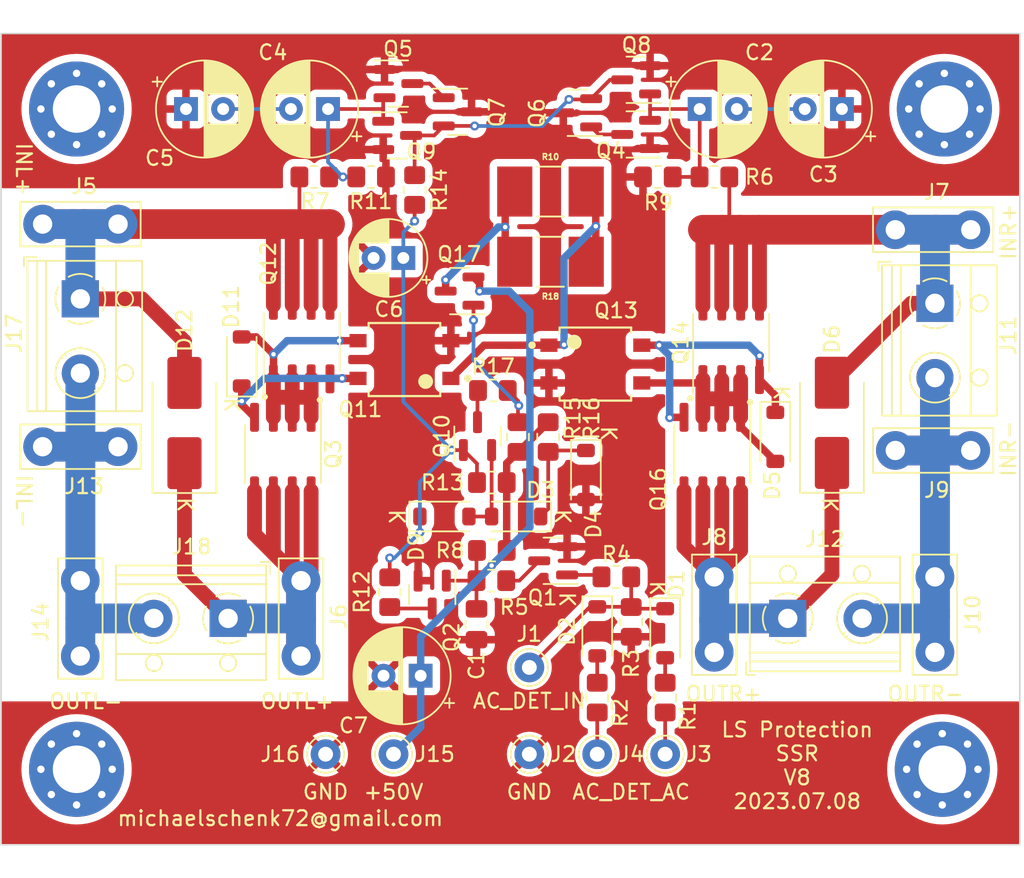
<source format=kicad_pcb>
(kicad_pcb (version 20221018) (generator pcbnew)
  (layers (0 "F.Cu" signal) (31 "B.Cu" signal) (34 "B.Paste" user) (35 "F.Paste" user) (36 "B.SilkS" user "B.Silkscreen") (37 "F.SilkS" user "F.Silkscreen") (38 "B.Mask" user) (39 "F.Mask" user) (44 "Edge.Cuts" user))
  (net 0 "")
  (net 1 "Net-(Q2-B)")
  (net 2 "Net-(Q4-E)")
  (net 3 "Net-(C2-Pad2)")
  (net 4 "Net-(Q5-E)")
  (net 5 "Net-(C4-Pad2)")
  (net 6 "GND")
  (net 7 "Net-(D9-K)")
  (net 8 "Net-(D1-K)")
  (net 9 "Net-(D1-A)")
  (net 10 "Net-(D2-A)")
  (net 11 "Net-(D3-K)")
  (net 12 "Net-(D3-A)")
  (net 13 "Net-(D11-K)")
  (net 14 "Net-(D11-A)")
  (net 15 "Net-(D12-A1)")
  (net 16 "Net-(J3-Pin_1)")
  (net 17 "Net-(J4-Pin_1)")
  (net 18 "INL+")
  (net 19 "INR+")
  (net 20 "Net-(D5-K)")
  (net 21 "Net-(J10-Pin_1)")
  (net 22 "Net-(J13-Pin_1)")
  (net 23 "Net-(J15-Pin_1)")
  (net 24 "Net-(Q1-B)")
  (net 25 "Net-(Q1-C)")
  (net 26 "Net-(Q2-C)")
  (net 27 "Net-(Q4-C)")
  (net 28 "Net-(Q5-C)")
  (net 29 "Net-(Q6-E)")
  (net 30 "Net-(Q10-C)")
  (net 31 "Net-(Q17-B)")
  (net 32 "/R-")
  (net 33 "/R+")
  (net 34 "Net-(D5-A)")
  (net 35 "Net-(D6-A1)")
  (footprint "Resistor_SMD:R_0805_2012Metric_Pad1.20x1.40mm_HandSolder" (layer "F.Cu") (at 100.447 72.777 180)
    (fp_text reference "R11")
    (fp_text value "22k")
  )
  (footprint "Diode_SMD:D_SOD-123" (layer "F.Cu") (at 114.909 92.843 -90)
    (fp_text reference "D4")
    (fp_text value "MMSZ5245 (15V)")
  )
  (footprint "Resistor_SMD:R_0805_2012Metric_Pad1.20x1.40mm_HandSolder" (layer "F.Cu") (at 112.369 90.287 -90)
    (fp_text reference "R16")
    (fp_text value "47k")
  )
  (footprint "Package_TO_SOT_SMD:SOT-23" (layer "F.Cu") (at 118.2895 69.917 180)
    (fp_text reference "Q4")
    (fp_text value "MMBTA42")
  )
  (footprint "kicad-snk:RESC6332X120N" (layer "F.Cu") (at 112.524 78.486)
    (fp_text reference "R18")
    (fp_text value "3.3k/3W")
  )
  (footprint "Resistor_SMD:R_0805_2012Metric_Pad1.20x1.40mm_HandSolder" (layer "F.Cu") (at 108.575 93.351 180)
    (fp_text reference "R13")
    (fp_text value "220k")
  )
  (footprint "TerminalBlock_RND:TerminalBlock_RND_205-00012_1x02_P5.00mm_Horizontal" (layer "F.Cu") (at 128.498 102.495)
    (fp_text reference "J12")
    (fp_text value "OUTR")
  )
  (footprint "Resistor_SMD:R_0805_2012Metric_Pad1.20x1.40mm_HandSolder" (layer "F.Cu") (at 101.701 100.733 -90)
    (fp_text reference "R12")
    (fp_text value "4.7k")
  )
  (footprint "Package_SO:SOIC-8_3.9x4.9mm_P1.27mm" (layer "F.Cu") (at 123.418 91.4348 -90)
    (fp_text reference "Q16")
    (fp_text value "AOSP66920")
  )
  (footprint "kicad-snk:Vishay-VOM1271T-0-0-0" (layer "F.Cu") (at 115.5432 85.3754)
    (fp_text reference "Q13")
    (fp_text value "VOM1271T" hide)
  )
  (footprint "Diode_SMD:D_SOD-123" (layer "F.Cu") (at 127.6598 90.2766 -90)
    (fp_text reference "D5")
    (fp_text value "MMSZ12T1G (12V)")
  )
  (footprint "Diode_SMD:D_SOD-123" (layer "F.Cu") (at 91.735 85.1986 90)
    (fp_text reference "D11")
    (fp_text value "MMSZ12T1G (12V)")
  )
  (footprint "kicad-snk:TE-726386-2_Pitch5.08mm_Drill1.3mm" (layer "F.Cu") (at 123.545 99.701 -90)
    (fp_text reference "J8")
    (fp_text value "OUTR+")
  )
  (footprint "Diode_SMD:D_SMB_Handsoldering" (layer "F.Cu") (at 131.4698 89.3302 90)
    (fp_text reference "D6")
    (fp_text value "SMBJP6KE68CA")
  )
  (footprint "Resistor_SMD:R_0805_2012Metric_Pad1.20x1.40mm_HandSolder" (layer "F.Cu") (at 115.671 107.829 90)
    (fp_text reference "R2")
    (fp_text value "22k")
  )
  (footprint "Package_TO_SOT_SMD:SOT-23" (layer "F.Cu") (at 114.3225 68.459 180)
    (fp_text reference "Q6")
    (fp_text value "MMBTA92")
  )
  (footprint "Resistor_SMD:R_0805_2012Metric_Pad1.20x1.40mm_HandSolder" (layer "F.Cu") (at 103.3774 73.6566 -90)
    (fp_text reference "R14")
    (fp_text value "10R")
  )
  (footprint "Package_SO:SOIC-8_3.9x4.9mm_P1.27mm" (layer "F.Cu") (at 95.7736 83.894 90)
    (fp_text reference "Q12")
    (fp_text value "AOSP66920")
  )
  (footprint "Capacitor_THT:CP_Radial_D6.3mm_P2.50mm" (layer "F.Cu") (at 132.141 68.205 180)
    (fp_text reference "C3")
    (fp_text value "47uF/50V")
  )
  (footprint "Connector_Pin:Pin_D1.0mm_L10.0mm" (layer "F.Cu") (at 111.099 111.639 180)
    (fp_text reference "J2")
    (fp_text value "AC_DET_GND")
  )
  (footprint "kicad-snk:TE-726386-2_Pitch5.08mm_Drill1.3mm" (layer "F.Cu") (at 80.869945 99.955 -90)
    (fp_text reference "J14")
    (fp_text value "OUTL-")
  )
  (footprint "Capacitor_THT:CP_Radial_D6.3mm_P2.50mm" (layer "F.Cu") (at 103.7838 106.3558 180)
    (fp_text reference "C7")
    (fp_text value "10uF/100V")
  )
  (footprint "Connector_Pin:Pin_D1.0mm_L10.0mm" (layer "F.Cu") (at 115.671 111.639)
    (fp_text reference "J4")
    (fp_text value "AC_DET_AC")
  )
  (footprint "Package_TO_SOT_SMD:SOT-23" (layer "F.Cu") (at 106.4023 80.463 180)
    (fp_text reference "Q17")
    (fp_text value "MMBTA92")
  )
  (footprint "Connector_Pin:Pin_D1.0mm_L10.0mm" (layer "F.Cu") (at 111.099 105.797 180)
    (fp_text reference "J1")
    (fp_text value "AC_DET_IN")
  )
  (footprint "Resistor_SMD:R_0805_2012Metric_Pad1.20x1.40mm_HandSolder" (layer "F.Cu") (at 108.575 97.923 180)
    (fp_text reference "R8")
    (fp_text value "100k")
  )
  (footprint "TerminalBlock_RND:TerminalBlock_RND_205-00012_1x02_P5.00mm_Horizontal" (layer "F.Cu") (at 138.404 81.286 -90)
    (fp_text reference "J11")
    (fp_text value "INR")
  )
  (footprint "Connector_Pin:Pin_D1.0mm_L10.0mm" (layer "F.Cu") (at 120.243 111.639 180)
    (fp_text reference "J3")
    (fp_text value "AC_DET_AC")
  )
  (footprint "Connector_Pin:Pin_D1.0mm_L10.0mm" (layer "F.Cu") (at 97.383 111.639 -90)
    (fp_text reference "J16")
    (fp_text value "GND")
  )
  (footprint "Package_SO:SOIC-8_3.9x4.9mm_P1.27mm" (layer "F.Cu") (at 124.688 83.9448 90)
    (fp_text reference "Q14")
    (fp_text value "AOSP66920")
  )
  (footprint "kicad-snk:RESC6332X120N" (layer "F.Cu") (at 112.524 73.7616)
    (fp_text reference "R10")
    (fp_text value "3.3k/3W")
  )
  (footprint "TerminalBlock_RND:TerminalBlock_RND_205-00012_1x02_P5.00mm_Horizontal" (layer "F.Cu") (at 90.822945 102.495 180)
    (fp_text reference "J18")
    (fp_text value "OUTL")
  )
  (footprint "kicad-snk:TE-726386-2_Pitch5.08mm_Drill1.3mm" (layer "F.Cu") (at 78.333 90.938)
    (fp_text reference "J13")
    (fp_text value "INL-")
  )
  (footprint "Package_TO_SOT_SMD:SOT-23" (layer "F.Cu") (at 102.2875 66.493)
    (fp_text reference "Q5")
    (fp_text value "MMBTA42")
  )
  (footprint "MountingHole:MountingHole_3.2mm_M3_Pad_Via" (layer "F.Cu") (at 139.039 68.205 -90)
    (fp_text reference "MK1" hide)
    (fp_text value "Mounting_Hole_PAD")
  )
  (footprint "Package_TO_SOT_SMD:SOT-23" (layer "F.Cu") (at 112.7015 98.619 180)
    (fp_text reference "Q1")
    (fp_text value "MMBTA42")
  )
  (footprint "kicad-snk:TE-726386-2_Pitch5.08mm_Drill1.3mm" (layer "F.Cu") (at 138.404 99.701 -90)
    (fp_text reference "J10")
    (fp_text value "OUTR-")
  )
  (footprint "Package_TO_SOT_SMD:SOT-23" (layer "F.Cu") (at 104.561 100.8925 -90)
    (fp_text reference "Q2")
    (fp_text value "MMBTA42")
  )
  (footprint "TerminalBlock_RND:TerminalBlock_RND_205-00012_1x02_P5.00mm_Horizontal" (layer "F.Cu") (at 80.873 80.985 -90)
    (fp_text reference "J17")
    (fp_text value "INL")
  )
  (footprint "Resistor_SMD:R_0805_2012Metric_Pad1.20x1.40mm_HandSolder" (layer "F.Cu") (at 123.561 72.777 180)
    (fp_text reference "R6")
    (fp_text value "47k")
  )
  (footprint "kicad-snk:TE-726386-2_Pitch5.08mm_Drill1.3mm" (layer "F.Cu") (at 95.728945 99.955 -90)
    (fp_text reference "J6")
    (fp_text value "OUTL+")
  )
  (footprint "MountingHole:MountingHole_3.2mm_M3_Pad_Via" (layer "F.Cu") (at 138.899 112.655 -90)
    (fp_text reference "MK4" hide)
    (fp_text value "Mounting_Hole_PAD")
  )
  (footprint "Capacitor_THT:CP_Radial_D6.3mm_P2.50mm" (layer "F.Cu") (at 122.569 68.205)
    (fp_text reference "C2")
    (fp_text value "47uF/50V")
  )
  (footprint "Capacitor_THT:CP_Radial_D5.0mm_P2.00mm" (layer "F.Cu") (at 102.616 78.232 180)
    (fp_text reference "C6")
    (fp_text value "22uF/50V")
  )
  (footprint "Diode_SMD:D_SOD-123" (layer "F.Cu") (at 120.243 103.495 -90)
    (fp_text reference "D1")
    (fp_text value "1N914")
  )
  (footprint "Resistor_SMD:R_0805_2012Metric_Pad1.20x1.40mm_HandSolder" (layer "F.Cu") (at 116.957 99.701 180)
    (fp_text reference "R4")
    (fp_text value "100R")
  )
  (footprint "kicad-snk:TE-726386-2_Pitch5.08mm_Drill1.3mm" (layer "F.Cu") (at 135.737 76.333)
    (fp_text reference "J7")
    (fp_text value "INR+")
  )
  (footprint "Capacitor_SMD:C_0805_2012Metric_Pad1.18x1.45mm_HandSolder" (layer "F.Cu") (at 107.5436 102.8915 -90)
    (fp_text reference "C1")
    (fp_text value "470nF/50V")
  )
  (footprint "Diode_SMD:D_SOD-123" (layer "F.Cu") (at 105.383 95.637)
    (fp_text reference "D9")
    (fp_text value "MMSZ5232BT1G (5.6V)")
  )
  (footprint "Resistor_SMD:R_0805_2012Metric_Pad1.20x1.40mm_HandSolder" (layer "F.Cu") (at 108.543 99.955)
    (fp_text reference "R5")
    (fp_text value "100R")
  )
  (footprint "Connector_Pin:Pin_D1.0mm_L10.0mm" (layer "F.Cu") (at 101.955 111.639 -90)
    (fp_text reference "J15")
    (fp_text value "+50V")
  )
  (footprint "Resistor_SMD:R_0805_2012Metric_Pad1.20x1.40mm_HandSolder" (layer "F.Cu") (at 117.957 102.733 90)
    (fp_text reference "R3")
    (fp_text value "10k")
  )
  (footprint "Resistor_SMD:R_0805_2012Metric_Pad1.20x1.40mm_HandSolder" (layer "F.Cu") (at 110.337 90.287 90)
    (fp_text reference "R15")
    (fp_text value "6.8k")
  )
  (footprint "Package_TO_SOT_SMD:SOT-23" (layer "F.Cu") (at 102.199137 69.983)
    (fp_text reference "Q9")
    (fp_text value "MMBTA42")
  )
  (footprint "Diode_SMD:D_SOD-123" (layer "F.Cu") (at 110.211 95.637 180)
    (fp_text reference "D3")
    (fp_text value "1N914")
  )
  (footprint "kicad-snk:TE-726386-2_Pitch5.08mm_Drill1.3mm" (layer "F.Cu") (at 135.737 91.192)
    (fp_text reference "J9")
    (fp_text value "INR-")
  )
  (footprint "kicad-snk:TE-726386-2_Pitch5.08mm_Drill1.3mm" (layer "F.Cu") (at 78.333 75.952)
    (fp_text reference "J5")
    (fp_text value "INL+")
  )
  (footprint "Capacitor_THT:CP_Radial_D6.3mm_P2.50mm" (layer "F.Cu") (at 97.549379 68.205 180)
    (fp_text reference "C4")
    (fp_text value "47uF/50V")
  )
  (footprint "Package_TO_SOT_SMD:SOT-23" (layer "F.Cu") (at 107.609 90.2245 90)
    (fp_text reference "Q10")
    (fp_text value "MMBTA42")
  )
  (footprint "Resistor_SMD:R_0805_2012Metric_Pad1.20x1.40mm_HandSolder" (layer "F.Cu") (at 108.6446 87.1534 180)
    (fp_text reference "R17")
    (fp_text value "22k")
  )
  (footprint "Diode_SMD:D_SMB_Handsoldering" (layer "F.Cu") (at 87.8834 89.3454 90)
    (fp_text reference "D12")
    (fp_text value "SMBJP6KE68CA")
  )
  (footprint "Resistor_SMD:R_0805_2012Metric_Pad1.20x1.40mm_HandSolder" (layer "F.Cu") (at 96.621 72.777)
    (fp_text reference "R7")
    (fp_text value "47k")
  )
  (footprint "Resistor_SMD:R_0805_2012Metric_Pad1.20x1.40mm_HandSolder" (layer "F.Cu") (at 119.751 72.777)
    (fp_text reference "R9")
    (fp_text value "22k")
  )
  (footprint "Package_TO_SOT_SMD:SOT-23" (layer "F.Cu") (at 118.2895 66.239 180)
    (fp_text reference "Q8")
    (fp_text value "MMBTA42")
  )
  (footprint "Package_SO:SOIC-8_3.9x4.9mm_P1.27mm" (layer "F.Cu") (at 94.5036 91.4348 -90)
    (fp_text reference "Q3")
    (fp_text value "AOSP66920")
  )
  (footprint "Capacitor_THT:CP_Radial_D6.3mm_P2.50mm" (layer "F.Cu") (at 87.984999 68.205)
    (fp_text reference "C5")
    (fp_text value "47uF/50V")
  )
  (footprint "Resistor_SMD:R_0805_2012Metric_Pad1.20x1.40mm_HandSolder" (layer "F.Cu") (at 120.243 107.829 90)
    (fp_text reference "R1")
    (fp_text value "22k")
  )
  (footprint "Package_TO_SOT_SMD:SOT-23" (layer "F.Cu") (at 106.273 68.393)
    (fp_text reference "Q7")
    (fp_text value "MMBTA92")
  )
  (footprint "kicad-snk:Vishay-VOM1271T-0-0-0" (layer "F.Cu") (at 102.6924 85.0706 180)
    (fp_text reference "Q11")
    (fp_text value "VOM1271T" hide)
  )
  (footprint "MountingHole:MountingHole_3.2mm_M3_Pad_Via" (layer "F.Cu") (at 80.619 112.655 -90)
    (fp_text reference "MK3" hide)
    (fp_text value "Mounting_Hole_PAD")
  )
  (footprint "MountingHole:MountingHole_3.2mm_M3_Pad_Via" (layer "F.Cu") (at 80.619 68.205 -90)
    (fp_text reference "MK2" hide)
    (fp_text value "Mounting_Hole_PAD")
  )
  (footprint "Diode_SMD:D_SOD-123" (layer "F.Cu") (at 115.671 103.367 -90)
    (fp_text reference "D2")
    (fp_text value "1N914")
  )
  (gr_rect (start 75.539 63.125) (end 144.119 117.735) (stroke (width 0.1)) (fill none) (layer "Edge.Cuts"))
  (gr_text "K" (at 128.0662 87.3058 -90) (layer "F.SilkS") (effects (font (size 1 1))))
  (gr_text "°" (at 124.9674 87.4582 -90) (layer "F.SilkS") (effects (font (size 1 1)) (justify left bottom)))
  (gr_text "K" (at 131.3174 94.8436 -90) (layer "F.SilkS") (effects (font (size 1 1))))
  (gr_text "INL-" (at 77.063 94.621 -90) (layer "F.SilkS") (effects (font (size 1 1))))
  (gr_text "OUTL-" (at 81.250945 108.083) (layer "F.SilkS") (effects (font (size 1 1))))
  (gr_text "OUTR-" (at 137.769 107.575) (layer "F.SilkS") (effects (font (size 1 1))))
  (gr_text "+50V" (at 101.955 114.179) (layer "F.SilkS") (effects (font (size 1 1))))
  (gr_text "AC_DET_IN" (at 111.099 108.0516) (layer "F.SilkS") (effects (font (size 1 1))))
  (gr_text "°" (at 92.303 87.1026 -90) (layer "F.SilkS") (effects (font (size 1 1)) (justify left bottom)))
  (gr_text "OUTR+" (at 124.18 107.575) (layer "F.SilkS") (effects (font (size 1 1))))
  (gr_text "GND" (at 97.383 114.179) (layer "F.SilkS") (effects (font (size 1 1))))
  (gr_text "INR-" (at 143.357 91.065 90) (layer "F.SilkS") (effects (font (size 1 1))))
  (gr_text "K" (at 91.0844 88.138 -90) (layer "F.SilkS") (effects (font (size 1 1))))
  (gr_text "K" (at 116.433 90.049 -90) (layer "F.SilkS") (effects (font (size 1 1))))
  (gr_text "AC_DET_AC" (at 117.957 114.179) (layer "F.SilkS") (effects (font (size 1 1))))
  (gr_text "°" (at 96.0114 87.3058 -90) (layer "F.SilkS") (effects (font (size 1 1)) (justify left bottom)))
  (gr_text "LS Protection\nSSR\nV8\n2023.07.08" (at 129.133 112.401) (layer "F.SilkS") (effects (font (size 1 1))))
  (gr_text "K" (at 87.9342 94.8436 -90) (layer "F.SilkS") (effects (font (size 1 1))))
  (gr_text "K" (at 102.1588 95.6564 -90) (layer "F.SilkS") (effects (font (size 1 1))))
  (gr_text "K" (at 113.639 101.225 -90) (layer "F.SilkS") (effects (font (size 1 1))))
  (gr_text "michaelschenk72@gmail.com" (at 94.335 115.957) (layer "F.SilkS") (effects (font (size 1 1))))
  (gr_text "INR+" (at 143.357 76.46 90) (layer "F.SilkS") (effects (font (size 1 1))))
  (gr_text "°" (at 120.9542 87.2042 -90) (layer "F.SilkS") (effects (font (size 1 1)) (justify left bottom)))
  (gr_text "GND" (at 111.099 114.179) (layer "F.SilkS") (effects (font (size 1 1))))
  (gr_text "INL+" (at 77.063 72.269 -90) (layer "F.SilkS") (effects (font (size 1 1))))
  (gr_text "K" (at 119.735 100.463 -90) (layer "F.SilkS") (effects (font (size 1 1))))
  (gr_text "OUTL+" (at 95.474945 108.083) (layer "F.SilkS") (effects (font (size 1 1))))
  (gr_text "K" (at 113.3348 95.637 -90) (layer "F.SilkS") (effects (font (size 1 1))))
  (segment (start 107.5436 99.9556) (end 107.543 99.955) (width 0.25) (layer "F.Cu") (net 1))
  (segment (start 107.543 99.955) (end 107.543 97.955) (width 0.25) (layer "F.Cu") (net 1))
  (segment (start 107.5436 101.854) (end 107.5436 99.9556) (width 0.25) (layer "F.Cu") (net 1))
  (segment (start 105.511 99.955) (end 107.543 99.955) (width 0.25) (layer "F.Cu") (net 1))
  (segment (start 119.227 68.967) (end 119.227 68.205) (width 0.25) (layer "F.Cu") (net 2))
  (segment (start 122.569 72.769) (end 122.569 68.205) (width 0.25) (layer "F.Cu") (net 2))
  (segment (start 122.569 68.205) (end 119.227 68.205) (width 0.25) (layer "F.Cu") (net 2))
  (segment (start 119.227 68.205) (end 119.227 67.189) (width 0.25) (layer "F.Cu") (net 2))
  (segment (start 122.561 72.777) (end 120.751 72.777) (width 0.25) (layer "F.Cu") (net 2))
  (segment (start 125.069 68.205) (end 129.641 68.205) (width 0.25) (layer "B.Cu") (net 3))
  (segment (start 97.549379 68.205) (end 101.193 68.205) (width 0.25) (layer "F.Cu") (net 4))
  (segment (start 101.261637 68.136363) (end 101.261637 67.531363) (width 0.25) (layer "F.Cu") (net 4))
  (segment (start 98.5514 72.777) (end 99.447 72.777) (width 0.25) (layer "F.Cu") (net 4))
  (segment (start 97.621 72.777) (end 98.5514 72.777) (width 0.25) (layer "F.Cu") (net 4))
  (segment (start 101.193 68.205) (end 101.261637 68.136363) (width 0.25) (layer "F.Cu") (net 4))
  (segment (start 101.261637 69.033) (end 101.261637 68.136363) (width 0.25) (layer "F.Cu") (net 4))
  (via (at 98.5514 72.777) (size 0.6) (drill 0.3) (layers "F.Cu" "B.Cu") (net 4))
  (segment (start 98.5514 72.777) (end 97.549379 71.774979) (width 0.25) (layer "B.Cu") (net 4))
  (segment (start 97.549379 71.774979) (end 97.549379 68.205) (width 0.25) (layer "B.Cu") (net 4))
  (segment (start 90.484999 68.205) (end 95.049379 68.205) (width 0.25) (layer "B.Cu") (net 5))
  (segment (start 103.3774 74.6566) (end 103.3774 75.7422) (width 0.25) (layer "F.Cu") (net 7))
  (segment (start 101.701 99.733) (end 101.701 98.431) (width 0.25) (layer "F.Cu") (net 7))
  (segment (start 106.659 91.162) (end 107.575 92.078) (width 0.25) (layer "F.Cu") (net 7))
  (segment (start 107.575 92.078) (end 107.575 93.351) (width 0.25) (layer "F.Cu") (net 7))
  (segment (start 105.8666 91.1666) (end 106.6544 91.1666) (width 0.25) (layer "F.Cu") (net 7))
  (segment (start 103.3774 75.7422) (end 103.378 75.7428) (width 0.25) (layer "F.Cu") (net 7))
  (segment (start 103.733 96.7038) (end 103.733 95.637) (width 0.25) (layer "F.Cu") (net 7))
  (via (at 103.378 75.7428) (size 0.6) (drill 0.3) (layers "F.Cu" "B.Cu") (net 7))
  (via (at 101.701 98.431) (size 0.6) (drill 0.3) (layers "F.Cu" "B.Cu") (net 7))
  (via (at 105.8666 91.1666) (size 0.6) (drill 0.3) (layers "F.Cu" "B.Cu") (net 7))
  (via (at 103.733 96.7038) (size 0.6) (drill 0.3) (layers "F.Cu" "B.Cu") (net 7))
  (segment (start 103.733 96.7038) (end 103.733 93.3002) (width 0.25) (layer "B.Cu") (net 7))
  (segment (start 103.733 93.3002) (end 105.8666 91.1666) (width 0.25) (layer "B.Cu") (net 7))
  (segment (start 102.616 76.5048) (end 102.616 78.232) (width 0.25) (layer "B.Cu") (net 7))
  (segment (start 102.0058 98.431) (end 103.733 96.7038) (width 0.25) (layer "B.Cu") (net 7))
  (segment (start 101.701 98.431) (end 102.0058 98.431) (width 0.25) (layer "B.Cu") (net 7))
  (segment (start 105.8666 91.1666) (end 102.616 87.916) (width 0.25) (layer "B.Cu") (net 7))
  (segment (start 102.616 87.916) (end 102.616 78.232) (width 0.25) (layer "B.Cu") (net 7))
  (segment (start 103.378 75.7428) (end 102.616 76.5048) (width 0.25) (layer "B.Cu") (net 7))
  (segment (start 115.179 101.717) (end 115.671 101.717) (width 0.25) (layer "F.Cu") (net 8))
  (segment (start 115.671 101.717) (end 117.941 101.717) (width 0.25) (layer "F.Cu") (net 8))
  (segment (start 117.957 101.733) (end 117.957 99.701) (width 0.25) (layer "F.Cu") (net 8))
  (segment (start 120.243 101.845) (end 118.069 101.845) (width 0.25) (layer "F.Cu") (net 8))
  (segment (start 111.099 105.797) (end 115.179 101.717) (width 0.25) (layer "F.Cu") (net 8))
  (segment (start 120.243 105.145) (end 120.243 106.829) (width 0.25) (layer "F.Cu") (net 9))
  (segment (start 115.671 105.017) (end 115.671 106.829) (width 0.25) (layer "F.Cu") (net 10))
  (segment (start 112.369 95.129) (end 111.861 95.637) (width 0.25) (layer "F.Cu") (net 11))
  (segment (start 112.463 91.193) (end 114.909 91.193) (width 0.25) (layer "F.Cu") (net 11))
  (segment (start 112.369 91.287) (end 112.369 95.129) (width 0.25) (layer "F.Cu") (net 11))
  (segment (start 108.561 95.637) (end 108.561 91.164) (width 0.25) (layer "F.Cu") (net 12))
  (segment (start 107.033 95.637) (end 108.561 95.637) (width 0.25) (layer "F.Cu") (net 12))
  (segment (start 91.735 87.8554) (end 91.7442 87.8646) (width 0.5) (layer "F.Cu") (net 13))
  (segment (start 91.735 87.8738) (end 91.735 88.0962) (width 0.5) (layer "F.Cu") (net 13))
  (segment (start 91.7442 87.8646) (end 91.735 87.8738) (width 0.5) (layer "F.Cu") (net 13))
  (segment (start 91.735 86.8486) (end 91.735 87.8554) (width 0.5) (layer "F.Cu") (net 13))
  (segment (start 91.735 88.0962) (end 92.5986 88.9598) (width 0.5) (layer "F.Cu") (net 13))
  (segment (start 98.5006 86.3406) (end 97.707 86.3406) (width 0.5) (layer "F.Cu") (net 13))
  (segment (start 99.5674 86.3406) (end 98.5006 86.3406) (width 0.5) (layer "F.Cu") (net 13))
  (via (at 91.7442 87.8646) (size 0.6) (drill 0.3) (layers "F.Cu" "B.Cu") (net 13))
  (via (at 98.5006 86.3406) (size 0.6) (drill 0.3) (layers "F.Cu" "B.Cu") (net 13))
  (segment (start 98.5006 86.3406) (end 93.2682 86.3406) (width 0.5) (layer "B.Cu") (net 13))
  (segment (start 93.2682 86.3406) (end 91.7442 87.8646) (width 0.5) (layer "B.Cu") (net 13))
  (segment (start 96.4086 87.6106) (end 93.8686 87.6106) (width 1) (layer "F.Cu") (net 14))
  (segment (start 93.8686 87.6106) (end 93.8686 88.9598) (width 1) (layer "F.Cu") (net 14))
  (segment (start 93.8778 84.715) (end 93.8778 86.3598) (width 0.5) (layer "F.Cu") (net 14))
  (segment (start 91.735 83.5486) (end 92.7114 83.5486) (width 0.5) (layer "F.Cu") (net 14))
  (segment (start 96.4086 87.6106) (end 96.4086 88.9598) (width 1) (layer "F.Cu") (net 14))
  (segment (start 92.7114 83.5486) (end 93.8778 84.715) (width 0.5) (layer "F.Cu") (net 14))
  (segment (start 93.8686 86.369) (end 93.8686 87.6106) (width 1) (layer "F.Cu") (net 14))
  (segment (start 99.5674 83.8006) (end 98.2974 83.8006) (width 0.5) (layer "F.Cu") (net 14))
  (segment (start 96.4086 86.369) (end 96.4086 87.6106) (width 1) (layer "F.Cu") (net 14))
  (segment (start 95.1386 86.369) (end 95.1386 88.9598) (width 1) (layer "F.Cu") (net 14))
  (via (at 93.8778 84.715) (size 0.6) (drill 0.3) (layers "F.Cu" "B.Cu") (net 14))
  (via (at 98.2974 83.8006) (size 0.6) (drill 0.3) (layers "F.Cu" "B.Cu") (net 14))
  (segment (start 98.2974 83.8006) (end 94.7922 83.8006) (width 0.5) (layer "B.Cu") (net 14))
  (segment (start 94.7922 83.8006) (end 93.8778 84.715) (width 0.5) (layer "B.Cu") (net 14))
  (segment (start 87.8834 99.5486) (end 87.8834 92.0454) (width 1) (layer "F.Cu") (net 15))
  (segment (start 95.728945 99.955) (end 95.728945 102.495) (width 2) (layer "F.Cu") (net 15))
  (segment (start 95.1386 93.9098) (end 95.1386 99.364655) (width 1) (layer "F.Cu") (net 15))
  (segment (start 96.4086 93.9098) (end 96.4086 99.275345) (width 1) (layer "F.Cu") (net 15))
  (segment (start 93.8686 98.094655) (end 95.728945 99.955) (width 1) (layer "F.Cu") (net 15))
  (segment (start 95.728945 102.495) (end 95.728945 105.035) (width 2) (layer "F.Cu") (net 15))
  (segment (start 90.822945 102.495) (end 95.728945 102.495) (width 2) (layer "F.Cu") (net 15))
  (segment (start 93.8686 93.9098) (end 93.8686 98.094655) (width 1) (layer "F.Cu") (net 15))
  (segment (start 92.5986 93.9098) (end 92.5986 96.824655) (width 1) (layer "F.Cu") (net 15))
  (segment (start 92.5986 96.824655) (end 95.728945 99.955) (width 1) (layer "F.Cu") (net 15))
  (segment (start 95.1386 99.364655) (end 95.728945 99.955) (width 1) (layer "F.Cu") (net 15))
  (segment (start 90.822945 102.488145) (end 87.8834 99.5486) (width 1) (layer "F.Cu") (net 15))
  (segment (start 96.4086 99.275345) (end 95.728945 99.955) (width 1) (layer "F.Cu") (net 15))
  (segment (start 95.605 102.495) (end 95.728945 102.371055) (width 2) (layer "B.Cu") (net 15))
  (segment (start 90.822945 102.495) (end 95.605 102.495) (width 2) (layer "B.Cu") (net 15))
  (segment (start 95.728945 99.955) (end 95.728945 102.371055) (width 2) (layer "B.Cu") (net 15))
  (segment (start 95.728945 102.371055) (end 95.728945 105.035) (width 2) (layer "B.Cu") (net 15))
  (segment (start 120.243 108.829) (end 120.243 111.639) (width 0.25) (layer "F.Cu") (net 16))
  (segment (start 115.671 108.829) (end 115.671 111.639) (width 0.25) (layer "F.Cu") (net 17))
  (segment (start 96.4086 81.419) (end 96.4086 75.9612) (width 1) (layer "F.Cu") (net 18))
  (segment (start 96.4086 75.9612) (end 96.4178 75.952) (width 1) (layer "F.Cu") (net 18))
  (segment (start 97.6694 75.952) (end 95.6558 75.952) (width 2) (layer "F.Cu") (net 18))
  (segment (start 93.8686 81.419) (end 93.8686 75.9936) (width 1) (layer "F.Cu") (net 18))
  (segment (start 95.6558 75.952) (end 83.413 75.952) (width 2) (layer "F.Cu") (net 18))
  (segment (start 95.621 75.9172) (end 95.6558 75.952) (width 0.25) (layer "F.Cu") (net 18))
  (segment (start 95.1386 81.419) (end 95.1386 75.9936) (width 1) (layer "F.Cu") (net 18))
  (segment (start 81.127 75.952) (end 78.333 75.952) (width 2) (layer "F.Cu") (net 18))
  (segment (start 85.017 80.985) (end 87.8834 83.8514) (width 1) (layer "F.Cu") (net 18))
  (segment (start 80.873 80.985) (end 85.017 80.985) (width 1) (layer "F.Cu") (net 18))
  (segment (start 87.8834 83.8514) (end 87.8834 86.6454) (width 1) (layer "F.Cu") (net 18))
  (segment (start 95.621 72.777) (end 95.621 75.9172) (width 0.25) (layer "F.Cu") (net 18))
  (segment (start 97.6786 81.419) (end 97.6786 75.9612) (width 1) (layer "F.Cu") (net 18))
  (segment (start 97.6786 75.9612) (end 97.6694 75.952) (width 2) (layer "F.Cu") (net 18))
  (segment (start 80.873 80.985) (end 80.873 76.206) (width 2) (layer "F.Cu") (net 18))
  (segment (start 80.873 76.206) (end 81.127 75.952) (width 2) (layer "F.Cu") (net 18))
  (segment (start 83.413 75.952) (end 81.127 75.952) (width 2) (layer "F.Cu") (net 18))
  (segment (start 80.365 75.952) (end 78.333 75.952) (width 2) (layer "B.Cu") (net 18))
  (segment (start 80.873 76.46) (end 80.365 75.952) (width 2) (layer "B.Cu") (net 18))
  (segment (start 83.413 75.952) (end 80.365 75.952) (width 2) (layer "B.Cu") (net 18))
  (segment (start 80.873 80.985) (end 80.873 76.46) (width 2) (layer "B.Cu") (net 18))
  (segment (start 135.737 76.333) (end 138.4294 76.333) (width 2) (layer "F.Cu") (net 19))
  (segment (start 124.053 81.4698) (end 124.053 76.333) (width 1) (layer "F.Cu") (net 19))
  (segment (start 122.783 81.4698) (end 122.783 76.333) (width 1) (layer "F.Cu") (net 19))
  (segment (start 124.561 72.777) (end 124.561 75.6218) (width 0.25) (layer "F.Cu") (net 19))
  (segment (start 138.404 81.286) (end 136.814 81.286) (width 1) (layer "F.Cu") (net 19))
  (segment (start 126.593 81.4698) (end 126.593 76.333) (width 1) (layer "F.Cu") (net 19))
  (segment (start 125.323 81.4698) (end 125.323 76.3838) (width 1) (layer "F.Cu") (net 19))
  (segment (start 135.737 76.333) (end 126.593 76.333) (width 2) (layer "F.Cu") (net 19))
  (segment (start 138.4294 76.333) (end 140.817 76.333) (width 2) (layer "F.Cu") (net 19))
  (segment (start 138.404 76.3584) (end 138.4294 76.333) (width 2) (layer "F.Cu") (net 19))
  (segment (start 138.404 81.286) (end 138.404 76.3584) (width 2) (layer "F.Cu") (net 19))
  (segment (start 124.053 76.333) (end 122.783 76.333) (width 2) (layer "F.Cu") (net 19))
  (segment (start 126.593 76.333) (end 125.2722 76.333) (width 2) (layer "F.Cu") (net 19))
  (segment (start 136.814 81.286) (end 131.4698 86.6302) (width 1) (layer "F.Cu") (net 19))
  (segment (start 125.2722 76.333) (end 124.053 76.333) (width 2) (layer "F.Cu") (net 19))
  (segment (start 125.323 76.3838) (end 125.2722 76.333) (width 1) (layer "F.Cu") (net 19))
  (segment (start 124.561 75.6218) (end 125.2722 76.333) (width 0.25) (layer "F.Cu") (net 19))
  (segment (start 138.404 76.46) (end 138.531 76.333) (width 2) (layer "B.Cu") (net 19))
  (segment (start 135.737 76.333) (end 138.531 76.333) (width 2) (layer "B.Cu") (net 19))
  (segment (start 138.531 76.333) (end 140.817 76.333) (width 2) (layer "B.Cu") (net 19))
  (segment (start 138.404 81.286) (end 138.404 76.46) (width 2) (layer "B.Cu") (net 19))
  (segment (start 118.6682 84.1054) (end 119.8366 84.1054) (width 0.5) (layer "F.Cu") (net 20))
  (segment (start 127.6598 87.4866) (end 126.593 86.4198) (width 0.5) (layer "F.Cu") (net 20))
  (segment (start 120.5702 88.9598) (end 120.5478 88.9822) (width 0.5) (layer "F.Cu") (net 20))
  (segment (start 121.513 88.9598) (end 120.5702 88.9598) (width 0.5) (layer "F.Cu") (net 20))
  (segment (start 126.593 84.8166) (end 126.593 86.4198) (width 0.5) (layer "F.Cu") (net 20))
  (segment (start 127.6598 88.6266) (end 127.6598 87.4866) (width 0.5) (layer "F.Cu") (net 20))
  (via (at 119.8366 84.1054) (size 0.6) (drill 0.3) (layers "F.Cu" "B.Cu") (net 20))
  (via (at 126.593 84.8166) (size 0.6) (drill 0.3) (layers "F.Cu" "B.Cu") (net 20))
  (via (at 120.5478 88.9822) (size 0.6) (drill 0.3) (layers "F.Cu" "B.Cu") (net 20))
  (segment (start 120.5478 88.9822) (end 120.5478 84.8166) (width 0.5) (layer "B.Cu") (net 20))
  (segment (start 119.8366 84.1054) (end 125.8818 84.1054) (width 0.5) (layer "B.Cu") (net 20))
  (segment (start 120.5478 84.8166) (end 119.8366 84.1054) (width 0.5) (layer "B.Cu") (net 20))
  (segment (start 125.8818 84.1054) (end 126.593 84.8166) (width 0.5) (layer "B.Cu") (net 20))
  (segment (start 138.404 86.286) (end 138.404 99.701) (width 2) (layer "F.Cu") (net 21))
  (segment (start 135.737 91.192) (end 140.817 91.192) (width 2) (layer "F.Cu") (net 21))
  (segment (start 138.404 104.781) (end 138.404 102.3426) (width 2) (layer "F.Cu") (net 21))
  (segment (start 133.498 102.495) (end 138.2516 102.495) (width 2) (layer "F.Cu") (net 21))
  (segment (start 138.404 102.3426) (end 138.404 99.701) (width 2) (layer "F.Cu") (net 21))
  (segment (start 138.2516 102.495) (end 138.404 102.3426) (width 2) (layer "F.Cu") (net 21))
  (segment (start 138.404 99.701) (end 138.404 91.573) (width 2) (layer "B.Cu") (net 21))
  (segment (start 138.404 86.286) (end 138.404 91.573) (width 2) (layer "B.Cu") (net 21))
  (segment (start 140.817 91.192) (end 138.023 91.192) (width 2) (layer "B.Cu") (net 21))
  (segment (start 133.498 102.495) (end 137.896 102.495) (width 2) (layer "B.Cu") (net 21))
  (segment (start 137.896 102.495) (end 138.404 101.987) (width 2) (layer "B.Cu") (net 21))
  (segment (start 138.023 91.192) (end 135.737 91.192) (width 2) (layer "B.Cu") (net 21))
  (segment (start 138.404 99.701) (end 138.404 101.987) (width 2) (layer "B.Cu") (net 21))
  (segment (start 138.404 91.573) (end 138.023 91.192) (width 2) (layer "B.Cu") (net 21))
  (segment (start 138.404 101.987) (end 138.404 104.781) (width 2) (layer "B.Cu") (net 21))
  (segment (start 80.869945 99.955) (end 80.869945 102.495) (width 2) (layer "F.Cu") (net 22))
  (segment (start 80.869945 102.495) (end 80.869945 105.035) (width 2) (layer "F.Cu") (net 22))
  (segment (start 80.873 85.985) (end 80.873 99.951945) (width 2) (layer "F.Cu") (net 22))
  (segment (start 85.822945 102.495) (end 80.869945 102.495) (width 2) (layer "F.Cu") (net 22))
  (segment (start 83.413 90.938) (end 78.333 90.938) (width 2) (layer "F.Cu") (net 22))
  (segment (start 80.869945 103.13) (end 80.869945 99.955) (width 2) (layer "B.Cu") (net 22))
  (segment (start 80.869945 105.035) (end 80.869945 103.13) (width 2) (layer "B.Cu") (net 22))
  (segment (start 80.869945 90.941055) (end 80.873 90.938) (width 2) (layer "B.Cu") (net 22))
  (segment (start 78.333 90.938) (end 80.873 90.938) (width 2) (layer "B.Cu") (net 22))
  (segment (start 80.869945 99.955) (end 80.869945 90.941055) (width 2) (layer "B.Cu") (net 22))
  (segment (start 85.822945 102.495) (end 81.504945 102.495) (width 2) (layer "B.Cu") (net 22))
  (segment (start 81.504945 102.495) (end 80.869945 103.13) (width 2) (layer "B.Cu") (net 22))
  (segment (start 80.873 90.938) (end 83.413 90.938) (width 2) (layer "B.Cu") (net 22))
  (segment (start 80.873 85.985) (end 80.873 90.938) (width 2) (layer "B.Cu") (net 22))
  (segment (start 109.575 92.049) (end 110.337 91.287) (width 0.5) (layer "F.Cu") (net 23))
  (segment (start 109.575 93.351) (end 109.575 92.049) (width 0.5) (layer "F.Cu") (net 23))
  (segment (start 107.3398 79.513) (end 107.7468 79.92) (width 0.5) (layer "F.Cu") (net 23))
  (segment (start 109.575 97.923) (end 109.575 93.351) (width 0.5) (layer "F.Cu") (net 23))
  (segment (start 110.369 91.287) (end 112.369 89.287) (width 0.5) (layer "F.Cu") (net 23))
  (segment (start 107.7468 79.92) (end 107.7468 80.4672) (width 0.5) (layer "F.Cu") (net 23))
  (segment (start 108.559 98.939) (end 109.575 97.923) (width 0.5) (layer "F.Cu") (net 23))
  (via (at 107.7468 80.4672) (size 0.6) (drill 0.3) (layers "F.Cu" "B.Cu") (net 23))
  (via (at 108.559 98.939) (size 0.6) (drill 0.3) (layers "F.Cu" "B.Cu") (net 23))
  (segment (start 103.7838 106.3558) (end 103.7838 103.7142) (width 0.5) (layer "B.Cu") (net 23))
  (segment (start 111.1378 96.3602) (end 108.559 98.939) (width 0.5) (layer "B.Cu") (net 23))
  (segment (start 109.7468 80.4672) (end 111.1378 81.8582) (width 0.5) (layer "B.Cu") (net 23))
  (segment (start 103.7838 103.7142) (end 108.559 98.939) (width 0.5) (layer "B.Cu") (net 23))
  (segment (start 111.1378 81.8582) (end 111.1378 96.3602) (width 0.5) (layer "B.Cu") (net 23))
  (segment (start 107.7468 80.4672) (end 109.7468 80.4672) (width 0.5) (layer "B.Cu") (net 23))
  (segment (start 101.955 111.639) (end 103.7838 109.8102) (width 0.5) (layer "B.Cu") (net 23))
  (segment (start 103.7838 109.8102) (end 103.7838 106.3558) (width 0.5) (layer "B.Cu") (net 23))
  (segment (start 113.639 99.569) (end 115.825 99.569) (width 0.25) (layer "F.Cu") (net 24))
  (segment (start 110.428 99.955) (end 111.764 98.619) (width 0.25) (layer "F.Cu") (net 25))
  (segment (start 109.543 99.955) (end 110.428 99.955) (width 0.25) (layer "F.Cu") (net 25))
  (segment (start 104.561 101.83) (end 101.798 101.83) (width 0.25) (layer "F.Cu") (net 26))
  (segment (start 117.352 69.917) (end 115.768 69.917) (width 0.25) (layer "F.Cu") (net 27))
  (segment (start 115.768 69.917) (end 115.26 69.409) (width 0.25) (layer "F.Cu") (net 27))
  (segment (start 104.3855 66.493) (end 105.3355 67.443) (width 0.25) (layer "F.Cu") (net 28))
  (segment (start 103.225 66.493) (end 104.3855 66.493) (width 0.25) (layer "F.Cu") (net 28))
  (segment (start 104.6955 69.983) (end 105.3355 69.343) (width 0.25) (layer "F.Cu") (net 29))
  (segment (start 116.53 66.239) (end 115.26 67.509) (width 0.25) (layer "F.Cu") (net 29))
  (segment (start 103.3774 70.223763) (end 103.136637 69.983) (width 0.25) (layer "F.Cu") (net 29))
  (segment (start 113.766 67.5595) (end 115.2095 67.5595) (width 0.25) (layer "F.Cu") (net 29))
  (segment (start 105.3355 69.343) (end 107.411 69.343) (width 0.25) (layer "F.Cu") (net 29))
  (segment (start 107.411 69.343) (end 107.416 69.348) (width 0.25) (layer "F.Cu") (net 29))
  (segment (start 103.3774 72.6566) (end 103.3774 70.223763) (width 0.25) (layer "F.Cu") (net 29))
  (segment (start 103.136637 69.983) (end 104.6955 69.983) (width 0.25) (layer "F.Cu") (net 29))
  (segment (start 117.352 66.239) (end 116.53 66.239) (width 0.25) (layer "F.Cu") (net 29))
  (via (at 113.766 67.5595) (size 0.6) (drill 0.3) (layers "F.Cu" "B.Cu") (net 29))
  (via (at 107.416 69.348) (size 0.6) (drill 0.3) (layers "F.Cu" "B.Cu") (net 29))
  (segment (start 107.416 69.348) (end 111.9775 69.348) (width 0.25) (layer "B.Cu") (net 29))
  (segment (start 111.9775 69.348) (end 113.766 67.5595) (width 0.25) (layer "B.Cu") (net 29))
  (segment (start 107.609 89.287) (end 107.609 87.189) (width 0.25) (layer "F.Cu") (net 30))
  (segment (start 110.337 88.2202) (end 110.3878 88.1694) (width 0.25) (layer "F.Cu") (net 31))
  (segment (start 110.337 89.287) (end 110.337 88.2202) (width 0.25) (layer "F.Cu") (net 31))
  (segment (start 110.337 88.1186) (end 110.337 87.8458) (width 0.25) (layer "F.Cu") (net 31))
  (segment (start 110.3878 88.1694) (end 110.337 88.1186) (width 0.25) (layer "F.Cu") (net 31))
  (segment (start 107.3398 81.413) (end 107.3398 82.429) (width 0.25) (layer "F.Cu") (net 31))
  (segment (start 110.337 87.8458) (end 109.6446 87.1534) (width 0.25) (layer "F.Cu") (net 31))
  (via (at 110.3878 88.1694) (size 0.6) (drill 0.3) (layers "F.Cu" "B.Cu") (net 31))
  (via (at 107.3398 82.429) (size 0.6) (drill 0.3) (layers "F.Cu" "B.Cu") (net 31))
  (segment (start 107.3398 85.1214) (end 110.3878 88.1694) (width 0.25) (layer "B.Cu") (net 31))
  (segment (start 107.3398 82.429) (end 107.3398 85.1214) (width 0.25) (layer "B.Cu") (net 31))
  (segment (start 115.574 78.486) (end 115.574 76.0984) (width 0.5) (layer "F.Cu") (net 32))
  (segment (start 109.829 84.1054) (end 108.0526 84.1054) (width 0.5) (layer "F.Cu") (net 32))
  (segment (start 115.574 76.0984) (end 115.574 73.7616) (width 0.5) (layer "F.Cu") (net 32))
  (segment (start 109.829 84.1054) (end 112.4182 84.1054) (width 0.5) (layer "F.Cu") (net 32))
  (segment (start 113.4364 84.074) (end 112.4496 84.074) (width 0.5) (layer "F.Cu") (net 32))
  (segment (start 108.0526 84.1054) (end 105.8174 86.3406) (width 0.5) (layer "F.Cu") (net 32))
  (segment (start 112.4496 84.074) (end 112.4182 84.1054) (width 0.5) (layer "F.Cu") (net 32))
  (via (at 113.4364 84.074) (size 0.6) (drill 0.3) (layers "F.Cu" "B.Cu") (net 32))
  (via (at 115.574 76.0984) (size 0.6) (drill 0.3) (layers "F.Cu" "B.Cu") (net 32))
  (segment (start 113.4364 78.236) (end 115.574 76.0984) (width 0.5) (layer "B.Cu") (net 32))
  (segment (start 113.4364 84.074) (end 113.4364 78.236) (width 0.5) (layer "B.Cu") (net 32))
  (segment (start 109.474 78.486) (end 109.474 76.1492) (width 0.5) (layer "F.Cu") (net 33))
  (segment (start 105.4648 79.7092) (end 105.4608 79.7052) (width 0.5) (layer "F.Cu") (net 33))
  (segment (start 109.474 76.1492) (end 109.474 73.7616) (width 0.5) (layer "F.Cu") (net 33))
  (segment (start 105.4648 80.463) (end 105.4648 79.7092) (width 0.5) (layer "F.Cu") (net 33))
  (via (at 105.4608 79.7052) (size 0.6) (drill 0.3) (layers "F.Cu" "B.Cu") (net 33))
  (via (at 109.474 76.1492) (size 0.6) (drill 0.3) (layers "F.Cu" "B.Cu") (net 33))
  (segment (start 109.0168 76.1492) (end 109.474 76.1492) (width 0.5) (layer "B.Cu") (net 33))
  (segment (start 105.4608 79.7052) (end 109.0168 76.1492) (width 0.5) (layer "B.Cu") (net 33))
  (segment (start 122.783 88.9598) (end 122.783 87.6614) (width 1) (layer "F.Cu") (net 34))
  (segment (start 125.323 88.9598) (end 125.323 87.7122) (width 1) (layer "F.Cu") (net 34))
  (segment (start 125.323 87.7122) (end 125.323 86.4198) (width 1) (layer "F.Cu") (net 34))
  (segment (start 124.053 88.9598) (end 124.053 86.4198) (width 1) (layer "F.Cu") (net 34))
  (segment (start 122.783 87.6614) (end 122.783 86.4198) (width 1) (layer "F.Cu") (net 34))
  (segment (start 125.323 89.5898) (end 127.6598 91.9266) (width 0.5) (layer "F.Cu") (net 34))
  (segment (start 122.5574 86.6454) (end 122.783 86.4198) (width 0.5) (layer "F.Cu") (net 34))
  (segment (start 125.323 87.7122) (end 122.8338 87.7122) (width 1) (layer "F.Cu") (net 34))
  (segment (start 118.6682 86.6454) (end 122.5574 86.6454) (width 0.5) (layer "F.Cu") (net 34))
  (segment (start 122.8338 87.7122) (end 122.783 87.6614) (width 1) (layer "F.Cu") (net 34))
  (segment (start 125.323 97.923) (end 123.545 99.701) (width 1) (layer "F.Cu") (net 35))
  (segment (start 121.513 97.669) (end 123.545 99.701) (width 1) (layer "F.Cu") (net 35))
  (segment (start 122.783 93.9098) (end 122.783 98.939) (width 1) (layer "F.Cu") (net 35))
  (segment (start 121.513 93.9098) (end 121.513 97.669) (width 1) (layer "F.Cu") (net 35))
  (segment (start 122.783 98.939) (end 123.545 99.701) (width 1) (layer "F.Cu") (net 35))
  (segment (start 128.498 102.495) (end 123.7482 102.495) (width 2) (layer "F.Cu") (net 35))
  (segment (start 131.4698 99.5486) (end 131.4698 92.0302) (width 1) (layer "F.Cu") (net 35))
  (segment (start 123.545 99.701) (end 123.545 102.6982) (width 2) (layer "F.Cu") (net 35))
  (segment (start 123.7482 102.495) (end 123.545 102.6982) (width 2) (layer "F.Cu") (net 35))
  (segment (start 124.053 93.9098) (end 124.053 99.193) (width 1) (layer "F.Cu") (net 35))
  (segment (start 125.323 93.9098) (end 125.323 97.923) (width 1) (layer "F.Cu") (net 35))
  (segment (start 123.545 102.6982) (end 123.545 104.781) (width 2) (layer "F.Cu") (net 35))
  (segment (start 128.5234 102.495) (end 131.4698 99.5486) (width 1) (layer "F.Cu") (net 35))
  (segment (start 123.545 104.781) (end 123.545 102.495) (width 2) (layer "B.Cu") (net 35))
  (segment (start 123.545 102.495) (end 123.545 99.701) (width 2) (layer "B.Cu") (net 35))
  (segment (start 128.498 102.495) (end 123.545 102.495) (width 2) (layer "B.Cu") (net 35))
  (zone (net 6) (net_name "GND") (layer "F.Cu") (connect_pads (clearance 0.508)) (min_thickness 0.254) (fill yes (thermal_gap 0.508) (thermal_bridge_width 0.508))
    (polygon (pts (xy 75.539 117.735) (xy 75.539 63.125) (xy 144.119 63.125) (xy 144.119 117.735)))
  )
  (zone (net 0) (net_name "") (layer "F.Cu") (connect_pads (clearance 0)) (min_thickness 0.25)
    (keepout (tracks allowed) (vias allowed) (pads allowed) (copperpour not_allowed) (footprints allowed))
    (fill (thermal_gap 0.5) (thermal_bridge_width 0.5))
    (polygon (pts (xy 75.539 73.539) (xy 98.907 73.539) (xy 98.907 108.083) (xy 75.539 108.083)))
  )
  (zone (net 0) (net_name "") (layer "F.Cu") (connect_pads (clearance 0)) (min_thickness 0.25)
    (keepout (tracks allowed) (vias allowed) (pads allowed) (copperpour not_allowed) (footprints allowed))
    (fill (thermal_gap 0.5) (thermal_bridge_width 0.5))
    (polygon (pts (xy 120.243 74.047) (xy 144.119 74.047) (xy 144.119 108.083) (xy 120.243 108.083)))
  )
)
</source>
